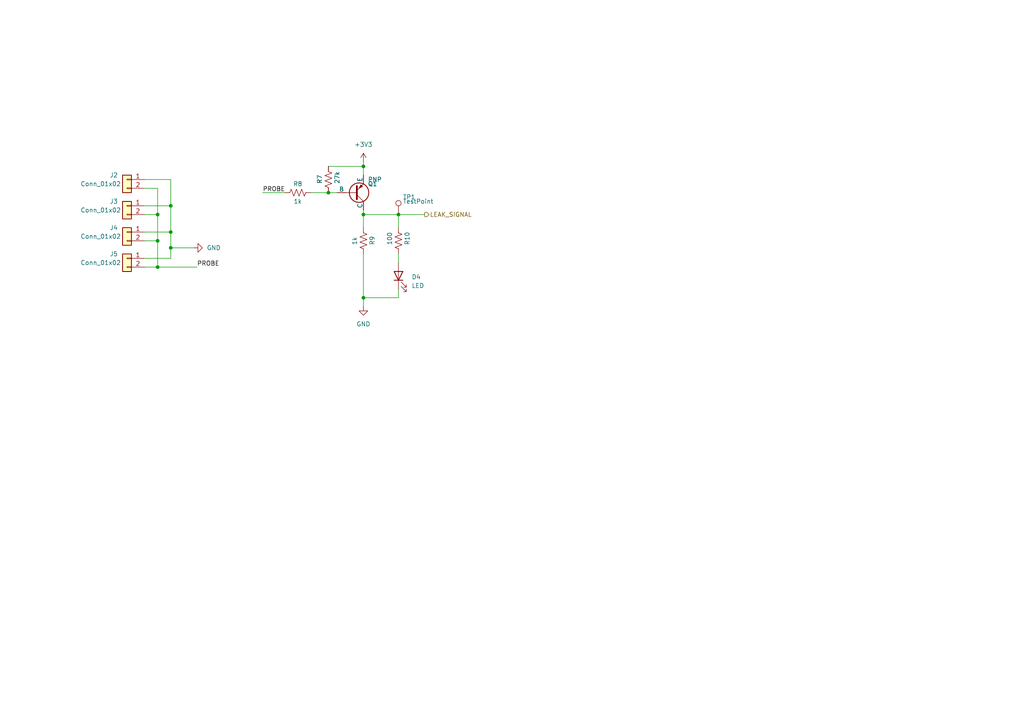
<source format=kicad_sch>
(kicad_sch (version 20230121) (generator eeschema)
  (paper "A4")
  (lib_symbols
    (symbol "Connector:TestPoint" (pin_numbers hide) (pin_names (offset 0.762) hide)
      (property "Reference" "TP" (at 0 6.858 0))
      (property "Value" "TestPoint" (at 0 5.08 0))
      (symbol "TestPoint_0_1"
        (circle (center 0 3.302) (radius 0.762))
      )
      (symbol "TestPoint_1_1"
        (pin passive line (at 0 0 90) (length 2.54) (name "1") (number "1"))
      )
    )
    (symbol "Connector_Generic:Conn_01x02" (pin_names (offset 1.016) hide)
      (property "Reference" "J" (at 0 2.54 0))
      (property "Value" "Conn_01x02" (at 0 -5.08 0))
      (symbol "Conn_01x02_1_1"
        (rectangle (start -1.27 -2.413) (end 0 -2.667) (stroke (width 0.1524)))
        (rectangle (start -1.27 0.127) (end 0 -0.127) (stroke (width 0.1524)))
        (rectangle (start -1.27 1.27) (end 1.27 -3.81) (stroke (width 0.254)) (fill (type background)))
        (pin passive line (at -5.08 0 0) (length 3.81) (name "Pin_1") (number "1"))
        (pin passive line (at -5.08 -2.54 0) (length 3.81) (name "Pin_2") (number "2"))
      )
    )
    (symbol "Device:LED" (pin_numbers hide) (pin_names (offset 1.016) hide)
      (property "Reference" "D" (at 0 2.54 0))
      (property "Value" "LED" (at 0 -2.54 0))
      (symbol "LED_0_1"
        (polyline (pts (xy -1.27 -1.27) (xy -1.27 1.27)) (stroke (width 0.254)))
        (polyline (pts (xy -1.27 0) (xy 1.27 0)))
        (polyline (pts (xy 1.27 -1.27) (xy 1.27 1.27) (xy -1.27 0) (xy 1.27 -1.27)) (stroke (width 0.254)))
        (polyline (pts (xy -3.048 -0.762) (xy -4.572 -2.286) (xy -3.81 -2.286) (xy -4.572 -2.286) (xy -4.572 -1.524)))
        (polyline (pts (xy -1.778 -0.762) (xy -3.302 -2.286) (xy -2.54 -2.286) (xy -3.302 -2.286) (xy -3.302 -1.524)))
      )
      (symbol "LED_1_1"
        (pin passive line (at -3.81 0 0) (length 2.54) (name "K") (number "1"))
        (pin passive line (at 3.81 0 180) (length 2.54) (name "A") (number "2"))
      )
    )
    (symbol "Device:R_US" (pin_numbers hide) (pin_names (offset 0))
      (property "Reference" "R" (at 2.54 0 90))
      (property "Value" "R_US" (at -2.54 0 90))
      (symbol "R_US_0_1"
        (polyline (pts (xy 0 -2.286) (xy 0 -2.54)))
        (polyline (pts (xy 0 2.286) (xy 0 2.54)))
        (polyline (pts (xy 0 -0.762) (xy 1.016 -1.143) (xy 0 -1.524) (xy -1.016 -1.905) (xy 0 -2.286)))
        (polyline (pts (xy 0 0.762) (xy 1.016 0.381) (xy 0 0) (xy -1.016 -0.381) (xy 0 -0.762)))
        (polyline (pts (xy 0 2.286) (xy 1.016 1.905) (xy 0 1.524) (xy -1.016 1.143) (xy 0 0.762)))
      )
      (symbol "R_US_1_1"
        (pin passive line (at 0 3.81 270) (length 1.27) (name "~") (number "1"))
        (pin passive line (at 0 -3.81 90) (length 1.27) (name "~") (number "2"))
      )
    )
    (symbol "Simulation_SPICE:PNP" (pin_numbers hide) (pin_names (offset 0))
      (property "Reference" "Q1" (at 3.81 -2.54 0))
      (property "Value" "PNP" (at 3.81 -3.81 0))
      (symbol "PNP_0_1"
        (polyline (pts (xy -2.54 0) (xy 0.635 0)) (stroke (width 0.1524)))
        (polyline (pts (xy 0.635 0.635) (xy 2.54 2.54)))
        (polyline (pts (xy 0.635 -0.635) (xy 2.54 -2.54) (xy 2.54 -2.54)))
        (polyline (pts (xy 0.635 1.905) (xy 0.635 -1.905) (xy 0.635 -1.905)) (stroke (width 0.508)))
        (polyline (pts (xy 2.286 -1.778) (xy 1.778 -2.286) (xy 1.27 -1.27) (xy 2.286 -1.778) (xy 2.286 -1.778)) (fill (type outline)))
        (circle (center 1.27 0) (radius 2.8194) (stroke (width 0.254)))
      )
      (symbol "PNP_1_1"
        (pin input line (at -5.08 0 0) (length 2.54) (name "B") (number "1"))
        (pin open_emitter line (at 2.54 -5.08 90) (length 2.54) (name "E") (number "2"))
        (pin open_collector line (at 2.54 5.08 270) (length 2.54) (name "C") (number "3"))
      )
    )
    (symbol "power:+3V3" (power) (pin_names (offset 0))
      (property "Value" "+3V3" (at 0 3.556 0))
      (symbol "+3V3_0_1"
        (polyline (pts (xy -0.762 1.27) (xy 0 2.54)))
        (polyline (pts (xy 0 0) (xy 0 2.54)))
        (polyline (pts (xy 0 2.54) (xy 0.762 1.27)))
      )
      (symbol "+3V3_1_1"
        (pin power_in line (at 0 0 90) (length 0) hide (name "+3V3") (number "1"))
      )
    )
    (symbol "power:GND" (power) (pin_names (offset 0))
      (property "Value" "GND" (at 0 -3.81 0))
      (symbol "GND_0_1"
        (polyline (pts (xy 0 0) (xy 0 -1.27) (xy 1.27 -1.27) (xy 0 -2.54) (xy -1.27 -1.27) (xy 0 -1.27)))
      )
      (symbol "GND_1_1"
        (pin power_in line (at 0 0 270) (length 0) hide (name "GND") (number "1"))
      )
    )
  )
  (junction (at 105.41 48.26))
  (junction (at 49.53 59.69))
  (junction (at 45.72 77.47))
  (junction (at 45.72 69.85))
  (junction (at 49.53 67.31))
  (junction (at 95.25 55.88))
  (junction (at 45.72 62.23))
  (junction (at 105.41 62.23))
  (junction (at 105.41 86.36))
  (junction (at 115.57 62.23))
  (junction (at 49.53 71.882))
  (wire (pts (xy 41.91 54.61) (xy 45.72 54.61)))
  (wire (pts (xy 95.25 48.26) (xy 105.41 48.26)))
  (wire (pts (xy 41.91 69.85) (xy 45.72 69.85)))
  (wire (pts (xy 45.72 54.61) (xy 45.72 62.23)))
  (wire (pts (xy 49.53 71.882) (xy 49.53 74.93)))
  (wire (pts (xy 115.57 73.66) (xy 115.57 76.2)))
  (wire (pts (xy 115.57 62.23) (xy 115.57 66.04)))
  (wire (pts (xy 45.72 77.47) (xy 57.15 77.47)))
  (wire (pts (xy 41.91 62.23) (xy 45.72 62.23)))
  (wire (pts (xy 49.53 67.31) (xy 49.53 71.882)))
  (wire (pts (xy 105.41 48.26) (xy 105.41 50.8)))
  (wire (pts (xy 49.53 52.07) (xy 49.53 59.69)))
  (wire (pts (xy 49.53 59.69) (xy 49.53 67.31)))
  (wire (pts (xy 45.72 69.85) (xy 45.72 77.47)))
  (wire (pts (xy 41.91 52.07) (xy 49.53 52.07)))
  (wire (pts (xy 41.91 74.93) (xy 49.53 74.93)))
  (wire (pts (xy 105.41 60.96) (xy 105.41 62.23)))
  (wire (pts (xy 115.57 62.23) (xy 123.19 62.23)))
  (wire (pts (xy 76.2 55.88) (xy 82.55 55.88)))
  (wire (pts (xy 49.53 71.882) (xy 56.134 71.882)))
  (wire (pts (xy 90.17 55.88) (xy 95.25 55.88)))
  (wire (pts (xy 41.91 67.31) (xy 49.53 67.31)))
  (wire (pts (xy 105.41 62.23) (xy 115.57 62.23)))
  (wire (pts (xy 105.41 48.26) (xy 105.41 46.99)))
  (wire (pts (xy 41.91 77.47) (xy 45.72 77.47)))
  (wire (pts (xy 115.57 83.82) (xy 115.57 86.36)))
  (wire (pts (xy 105.41 73.66) (xy 105.41 86.36)))
  (wire (pts (xy 45.72 62.23) (xy 45.72 69.85)))
  (wire (pts (xy 41.91 59.69) (xy 49.53 59.69)))
  (wire (pts (xy 115.57 86.36) (xy 105.41 86.36)))
  (wire (pts (xy 105.41 86.36) (xy 105.41 88.9)))
  (wire (pts (xy 105.41 62.23) (xy 105.41 66.04)))
  (wire (pts (xy 95.25 55.88) (xy 97.79 55.88)))
  (label "PROBE" (at 76.2 55.88 0))
  (label "PROBE" (at 57.15 77.47 0))
  (hierarchical_label "LEAK_SIGNAL" (shape output) (at 123.19 62.23 0))
  (symbol (lib_id "power:+3V3") (at 105.41 46.99 0) (unit 1)
    (property "Reference" "#PWR021" (effects hide))
    (property "Value" "+3V3" (at 105.41 41.91 0))
  )
  (symbol (lib_id "Connector_Generic:Conn_01x02") (at 36.83 59.69 0) (mirror y) (unit 1)
    (property "Reference" "J3" (at 33.02 58.42 0))
    (property "Value" "Conn_01x02" (at 29.21 60.96 0))
    (property "Footprint" "Library:JST_BM02B-GHS-TBT_LF__SN_" (effects hide))
  )
  (symbol (lib_id "Connector_Generic:Conn_01x02") (at 36.83 74.93 0) (mirror y) (unit 1)
    (property "Reference" "J5" (at 33.02 73.66 0))
    (property "Value" "Conn_01x02" (at 29.21 76.2 0))
    (property "Footprint" "Library:JST_BM02B-GHS-TBT_LF__SN_" (effects hide))
  )
  (symbol (lib_id "power:GND") (at 105.41 88.9 0) (unit 1)
    (property "Reference" "#PWR07" (effects hide))
    (property "Value" "GND" (at 105.41 93.98 0))
  )
  (symbol (lib_id "Connector:TestPoint") (at 115.57 62.23 0) (unit 1)
    (property "Reference" "TP1" (at 116.8259 57.15 0) (effects (justify left)))
    (property "Value" "TestPoint" (at 116.8259 58.42 0) (effects (justify left)))
    (property "Footprint" "Library:Test Pads" (effects hide))
    (instances (project "battery monitoring board" (path "" (reference "TP1") (unit 1)) (path "" (reference "TP9") (unit 1)) (path "" (reference "TP11") (unit 1))))
  )
  (symbol (lib_id "power:GND") (at 56.134 71.882 90) (unit 1)
    (property "Reference" "#PWR05" (effects hide))
    (property "Value" "GND" (at 59.944 71.882 90) (effects (justify right)))
  )
  (symbol (lib_id "Device:R_US") (at 95.25 52.07 0) (unit 1)
    (property "Reference" "R7" (at 92.71 53.34 90) (effects (justify left)))
    (property "Value" "27k" (at 97.79 53.34 90) (effects (justify left)))
    (property "Footprint" "Resistor_SMD:R_0805_2012Metric_Pad1.20x1.40mm_HandSolder" (effects hide))
  )
  (symbol (lib_id "Device:R_US") (at 105.41 69.85 0) (unit 1)
    (property "Reference" "R9" (at 107.95 71.12 90) (effects (justify left)))
    (property "Value" "1k" (at 102.87 71.12 90) (effects (justify left)))
    (property "Footprint" "Resistor_SMD:R_0805_2012Metric_Pad1.20x1.40mm_HandSolder" (effects hide))
  )
  (symbol (lib_id "Device:R_US") (at 115.57 69.85 0) (unit 1)
    (property "Reference" "R10" (at 118.11 71.12 90) (effects (justify left)))
    (property "Value" "100" (at 113.03 71.12 90) (effects (justify left)))
    (property "Footprint" "Resistor_SMD:R_0805_2012Metric_Pad1.20x1.40mm_HandSolder" (effects hide))
  )
  (symbol (lib_id "Connector_Generic:Conn_01x02") (at 36.83 67.31 0) (mirror y) (unit 1)
    (property "Reference" "J4" (at 33.02 66.04 0))
    (property "Value" "Conn_01x02" (at 29.21 68.58 0))
    (property "Footprint" "Library:JST_BM02B-GHS-TBT_LF__SN_" (effects hide))
  )
  (symbol (lib_id "Connector_Generic:Conn_01x02") (at 36.83 52.07 0) (mirror y) (unit 1)
    (property "Reference" "J2" (at 33.02 50.8 0))
    (property "Value" "Conn_01x02" (at 29.21 53.34 0))
    (property "Footprint" "Library:JST_BM02B-GHS-TBT_LF__SN_" (effects hide))
  )
  (symbol (lib_id "Device:LED") (at 115.57 80.01 90) (unit 1)
    (property "Reference" "D4" (at 119.38 80.3275 90) (effects (justify right)))
    (property "Value" "LED" (at 119.38 82.8675 90) (effects (justify right)))
    (property "Footprint" "Diode_SMD:D_0805_2012Metric_Pad1.15x1.40mm_HandSolder" (effects hide))
  )
  (symbol (lib_id "Device:R_US") (at 86.36 55.88 90) (unit 1)
    (property "Reference" "R8" (at 86.36 53.34 90))
    (property "Value" "1k" (at 86.36 58.42 90))
    (property "Footprint" "Resistor_SMD:R_0805_2012Metric_Pad1.20x1.40mm_HandSolder" (effects hide))
  )
  (symbol (lib_id "Simulation_SPICE:PNP") (at 102.87 55.88 0) (mirror x) (unit 1)
    (property "Reference" "Q1" (at 106.68 53.34 0) (effects (justify left)))
    (property "Value" "PNP" (at 106.68 52.07 0) (effects (justify left)))
    (property "Footprint" "PCM_4ms_Package_SOT:SOT-23" (effects hide))
    (property "Sim.Device" "PNP" (effects hide))
    (property "Sim.Type" "GUMMELPOON" (effects hide))
    (property "Sim.Pins" "1=B 2=E 3=C" (effects hide))
  )
)
</source>
